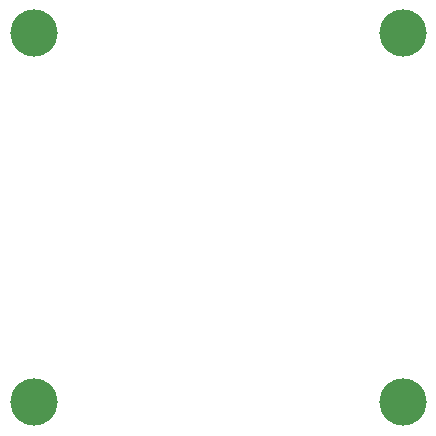
<source format=gts>
G04 #@! TF.GenerationSoftware,KiCad,Pcbnew,7.0.6*
G04 #@! TF.CreationDate,2024-05-06T23:54:56+03:00*
G04 #@! TF.ProjectId,board-holder,626f6172-642d-4686-9f6c-6465722e6b69,rev?*
G04 #@! TF.SameCoordinates,Original*
G04 #@! TF.FileFunction,Soldermask,Top*
G04 #@! TF.FilePolarity,Negative*
%FSLAX46Y46*%
G04 Gerber Fmt 4.6, Leading zero omitted, Abs format (unit mm)*
G04 Created by KiCad (PCBNEW 7.0.6) date 2024-05-06 23:54:56*
%MOMM*%
%LPD*%
G01*
G04 APERTURE LIST*
%ADD10C,4.000000*%
G04 APERTURE END LIST*
D10*
X99650965Y-130092893D03*
X99650965Y-98892893D03*
X130850965Y-98892893D03*
X130850965Y-130092893D03*
M02*

</source>
